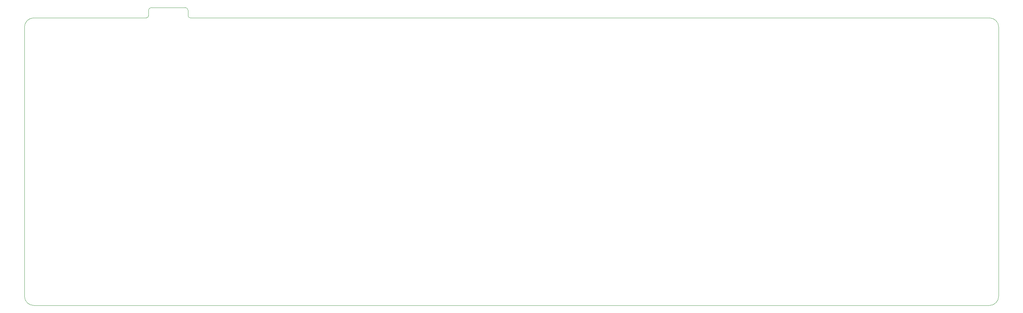
<source format=gm1>
G04 #@! TF.GenerationSoftware,KiCad,Pcbnew,(5.1.10-1-10_14)*
G04 #@! TF.CreationDate,2021-09-26T11:40:08-05:00*
G04 #@! TF.ProjectId,ori,6f72692e-6b69-4636-9164-5f7063625858,rev?*
G04 #@! TF.SameCoordinates,Original*
G04 #@! TF.FileFunction,Profile,NP*
%FSLAX46Y46*%
G04 Gerber Fmt 4.6, Leading zero omitted, Abs format (unit mm)*
G04 Created by KiCad (PCBNEW (5.1.10-1-10_14)) date 2021-09-26 11:40:08*
%MOMM*%
%LPD*%
G01*
G04 APERTURE LIST*
G04 #@! TA.AperFunction,Profile*
%ADD10C,0.050000*%
G04 #@! TD*
G04 APERTURE END LIST*
D10*
X121108809Y-44846880D02*
X326231335Y-44846880D01*
X80961555Y-44846880D02*
X109872441Y-44846880D01*
X326231335Y-118665940D02*
X80961555Y-118665940D01*
X328612595Y-47228140D02*
X328612595Y-116284680D01*
X78580295Y-47228140D02*
G75*
G02*
X80961555Y-44846880I2381260J0D01*
G01*
X80961555Y-118665940D02*
G75*
G02*
X78580295Y-116284680I0J2381260D01*
G01*
X328612595Y-116284680D02*
G75*
G02*
X326231335Y-118665940I-2381260J0D01*
G01*
X326231335Y-44846880D02*
G75*
G02*
X328612595Y-47228140I0J-2381260D01*
G01*
X120590625Y-44328696D02*
X120590625Y-42956250D01*
X110390625Y-42956302D02*
X110390625Y-44328696D01*
X110390625Y-44328696D02*
G75*
G02*
X109872441Y-44846880I-518184J0D01*
G01*
X110390625Y-42956302D02*
G75*
G02*
X111167865Y-42179062I777240J0D01*
G01*
X78580295Y-116284680D02*
X78580295Y-47228140D01*
X111167865Y-42179062D02*
X119813385Y-42179010D01*
X119813385Y-42179010D02*
G75*
G02*
X120590625Y-42956250I0J-777240D01*
G01*
X121108809Y-44846880D02*
G75*
G02*
X120590625Y-44328696I0J518184D01*
G01*
M02*

</source>
